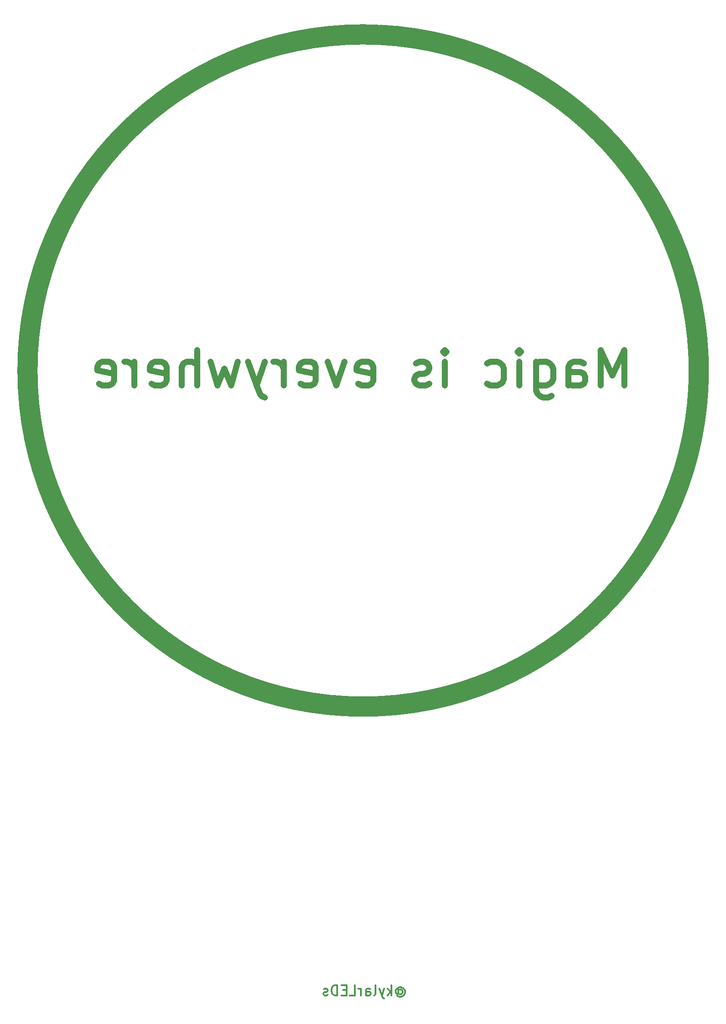
<source format=gbo>
%TF.GenerationSoftware,KiCad,Pcbnew,(6.0.4)*%
%TF.CreationDate,2022-09-10T17:39:23-05:00*%
%TF.ProjectId,CircleBoard,43697263-6c65-4426-9f61-72642e6b6963,rev?*%
%TF.SameCoordinates,Original*%
%TF.FileFunction,Legend,Bot*%
%TF.FilePolarity,Positive*%
%FSLAX46Y46*%
G04 Gerber Fmt 4.6, Leading zero omitted, Abs format (unit mm)*
G04 Created by KiCad (PCBNEW (6.0.4)) date 2022-09-10 17:39:23*
%MOMM*%
%LPD*%
G01*
G04 APERTURE LIST*
%ADD10C,4.000000*%
%ADD11C,0.330000*%
%ADD12C,1.150000*%
%ADD13O,1.100000X1.900000*%
%ADD14C,1.800000*%
%ADD15C,4.800000*%
G04 APERTURE END LIST*
D10*
X193900000Y-126400000D02*
G75*
G03*
X193900000Y-126400000I-66000000J0D01*
G01*
D11*
X134814285Y-248152380D02*
X134909523Y-248057142D01*
X135100000Y-247961904D01*
X135290476Y-247961904D01*
X135480952Y-248057142D01*
X135576190Y-248152380D01*
X135671428Y-248342857D01*
X135671428Y-248533333D01*
X135576190Y-248723809D01*
X135480952Y-248819047D01*
X135290476Y-248914285D01*
X135100000Y-248914285D01*
X134909523Y-248819047D01*
X134814285Y-248723809D01*
X134814285Y-247961904D02*
X134814285Y-248723809D01*
X134719047Y-248819047D01*
X134623809Y-248819047D01*
X134433333Y-248723809D01*
X134338095Y-248533333D01*
X134338095Y-248057142D01*
X134528571Y-247771428D01*
X134814285Y-247580952D01*
X135195238Y-247485714D01*
X135576190Y-247580952D01*
X135861904Y-247771428D01*
X136052380Y-248057142D01*
X136147619Y-248438095D01*
X136052380Y-248819047D01*
X135861904Y-249104761D01*
X135576190Y-249295238D01*
X135195238Y-249390476D01*
X134814285Y-249295238D01*
X134528571Y-249104761D01*
X133480952Y-249104761D02*
X133480952Y-247104761D01*
X133290476Y-248342857D02*
X132719047Y-249104761D01*
X132719047Y-247771428D02*
X133480952Y-248533333D01*
X132052380Y-247771428D02*
X131576190Y-249104761D01*
X131100000Y-247771428D02*
X131576190Y-249104761D01*
X131766666Y-249580952D01*
X131861904Y-249676190D01*
X132052380Y-249771428D01*
X130052380Y-249104761D02*
X130242857Y-249009523D01*
X130338095Y-248819047D01*
X130338095Y-247104761D01*
X128433333Y-249104761D02*
X128433333Y-248057142D01*
X128528571Y-247866666D01*
X128719047Y-247771428D01*
X129100000Y-247771428D01*
X129290476Y-247866666D01*
X128433333Y-249009523D02*
X128623809Y-249104761D01*
X129100000Y-249104761D01*
X129290476Y-249009523D01*
X129385714Y-248819047D01*
X129385714Y-248628571D01*
X129290476Y-248438095D01*
X129100000Y-248342857D01*
X128623809Y-248342857D01*
X128433333Y-248247619D01*
X127480952Y-249104761D02*
X127480952Y-247771428D01*
X127480952Y-248152380D02*
X127385714Y-247961904D01*
X127290476Y-247866666D01*
X127100000Y-247771428D01*
X126909523Y-247771428D01*
X125290476Y-249104761D02*
X126242857Y-249104761D01*
X126242857Y-247104761D01*
X124623809Y-248057142D02*
X123957142Y-248057142D01*
X123671428Y-249104761D02*
X124623809Y-249104761D01*
X124623809Y-247104761D01*
X123671428Y-247104761D01*
X122814285Y-249104761D02*
X122814285Y-247104761D01*
X122338095Y-247104761D01*
X122052380Y-247200000D01*
X121861904Y-247390476D01*
X121766666Y-247580952D01*
X121671428Y-247961904D01*
X121671428Y-248247619D01*
X121766666Y-248628571D01*
X121861904Y-248819047D01*
X122052380Y-249009523D01*
X122338095Y-249104761D01*
X122814285Y-249104761D01*
X120909523Y-249009523D02*
X120719047Y-249104761D01*
X120338095Y-249104761D01*
X120147619Y-249009523D01*
X120052380Y-248819047D01*
X120052380Y-248723809D01*
X120147619Y-248533333D01*
X120338095Y-248438095D01*
X120623809Y-248438095D01*
X120814285Y-248342857D01*
X120909523Y-248152380D01*
X120909523Y-248057142D01*
X120814285Y-247866666D01*
X120623809Y-247771428D01*
X120338095Y-247771428D01*
X120147619Y-247866666D01*
D12*
X179266666Y-129366666D02*
X179266666Y-122366666D01*
X176933333Y-127366666D01*
X174600000Y-122366666D01*
X174600000Y-129366666D01*
X168266666Y-129366666D02*
X168266666Y-125700000D01*
X168600000Y-125033333D01*
X169266666Y-124700000D01*
X170600000Y-124700000D01*
X171266666Y-125033333D01*
X168266666Y-129033333D02*
X168933333Y-129366666D01*
X170600000Y-129366666D01*
X171266666Y-129033333D01*
X171600000Y-128366666D01*
X171600000Y-127700000D01*
X171266666Y-127033333D01*
X170600000Y-126700000D01*
X168933333Y-126700000D01*
X168266666Y-126366666D01*
X161933333Y-124700000D02*
X161933333Y-130366666D01*
X162266666Y-131033333D01*
X162600000Y-131366666D01*
X163266666Y-131700000D01*
X164266666Y-131700000D01*
X164933333Y-131366666D01*
X161933333Y-129033333D02*
X162600000Y-129366666D01*
X163933333Y-129366666D01*
X164600000Y-129033333D01*
X164933333Y-128700000D01*
X165266666Y-128033333D01*
X165266666Y-126033333D01*
X164933333Y-125366666D01*
X164600000Y-125033333D01*
X163933333Y-124700000D01*
X162600000Y-124700000D01*
X161933333Y-125033333D01*
X158600000Y-129366666D02*
X158600000Y-124700000D01*
X158600000Y-122366666D02*
X158933333Y-122700000D01*
X158600000Y-123033333D01*
X158266666Y-122700000D01*
X158600000Y-122366666D01*
X158600000Y-123033333D01*
X152266666Y-129033333D02*
X152933333Y-129366666D01*
X154266666Y-129366666D01*
X154933333Y-129033333D01*
X155266666Y-128700000D01*
X155600000Y-128033333D01*
X155600000Y-126033333D01*
X155266666Y-125366666D01*
X154933333Y-125033333D01*
X154266666Y-124700000D01*
X152933333Y-124700000D01*
X152266666Y-125033333D01*
X143933333Y-129366666D02*
X143933333Y-124700000D01*
X143933333Y-122366666D02*
X144266666Y-122700000D01*
X143933333Y-123033333D01*
X143600000Y-122700000D01*
X143933333Y-122366666D01*
X143933333Y-123033333D01*
X140933333Y-129033333D02*
X140266666Y-129366666D01*
X138933333Y-129366666D01*
X138266666Y-129033333D01*
X137933333Y-128366666D01*
X137933333Y-128033333D01*
X138266666Y-127366666D01*
X138933333Y-127033333D01*
X139933333Y-127033333D01*
X140600000Y-126700000D01*
X140933333Y-126033333D01*
X140933333Y-125700000D01*
X140600000Y-125033333D01*
X139933333Y-124700000D01*
X138933333Y-124700000D01*
X138266666Y-125033333D01*
X126933333Y-129033333D02*
X127600000Y-129366666D01*
X128933333Y-129366666D01*
X129600000Y-129033333D01*
X129933333Y-128366666D01*
X129933333Y-125700000D01*
X129600000Y-125033333D01*
X128933333Y-124700000D01*
X127600000Y-124700000D01*
X126933333Y-125033333D01*
X126600000Y-125700000D01*
X126600000Y-126366666D01*
X129933333Y-127033333D01*
X124266666Y-124700000D02*
X122600000Y-129366666D01*
X120933333Y-124700000D01*
X115600000Y-129033333D02*
X116266666Y-129366666D01*
X117600000Y-129366666D01*
X118266666Y-129033333D01*
X118600000Y-128366666D01*
X118600000Y-125700000D01*
X118266666Y-125033333D01*
X117600000Y-124700000D01*
X116266666Y-124700000D01*
X115600000Y-125033333D01*
X115266666Y-125700000D01*
X115266666Y-126366666D01*
X118600000Y-127033333D01*
X112266666Y-129366666D02*
X112266666Y-124700000D01*
X112266666Y-126033333D02*
X111933333Y-125366666D01*
X111600000Y-125033333D01*
X110933333Y-124700000D01*
X110266666Y-124700000D01*
X108600000Y-124700000D02*
X106933333Y-129366666D01*
X105266666Y-124700000D02*
X106933333Y-129366666D01*
X107600000Y-131033333D01*
X107933333Y-131366666D01*
X108600000Y-131700000D01*
X103266666Y-124700000D02*
X101933333Y-129366666D01*
X100600000Y-126033333D01*
X99266666Y-129366666D01*
X97933333Y-124700000D01*
X95266666Y-129366666D02*
X95266666Y-122366666D01*
X92266666Y-129366666D02*
X92266666Y-125700000D01*
X92600000Y-125033333D01*
X93266666Y-124700000D01*
X94266666Y-124700000D01*
X94933333Y-125033333D01*
X95266666Y-125366666D01*
X86266666Y-129033333D02*
X86933333Y-129366666D01*
X88266666Y-129366666D01*
X88933333Y-129033333D01*
X89266666Y-128366666D01*
X89266666Y-125700000D01*
X88933333Y-125033333D01*
X88266666Y-124700000D01*
X86933333Y-124700000D01*
X86266666Y-125033333D01*
X85933333Y-125700000D01*
X85933333Y-126366666D01*
X89266666Y-127033333D01*
X82933333Y-129366666D02*
X82933333Y-124700000D01*
X82933333Y-126033333D02*
X82600000Y-125366666D01*
X82266666Y-125033333D01*
X81600000Y-124700000D01*
X80933333Y-124700000D01*
X75933333Y-129033333D02*
X76600000Y-129366666D01*
X77933333Y-129366666D01*
X78600000Y-129033333D01*
X78933333Y-128366666D01*
X78933333Y-125700000D01*
X78600000Y-125033333D01*
X77933333Y-124700000D01*
X76600000Y-124700000D01*
X75933333Y-125033333D01*
X75600000Y-125700000D01*
X75600000Y-126366666D01*
X78933333Y-127033333D01*
%LPC*%
D13*
X131920000Y-256312000D03*
X123280000Y-252512000D03*
X131920000Y-252512000D03*
X123280000Y-256312000D03*
X124080000Y3512000D03*
X132720000Y-288000D03*
X124080000Y-288000D03*
X132720000Y3512000D03*
D14*
X220800000Y-125400000D03*
X220800000Y-130400000D03*
X220800000Y-127900000D03*
X235300000Y-125400000D03*
X235300000Y-130400000D03*
D15*
X228300000Y-133500000D03*
X228300000Y-122300000D03*
M02*

</source>
